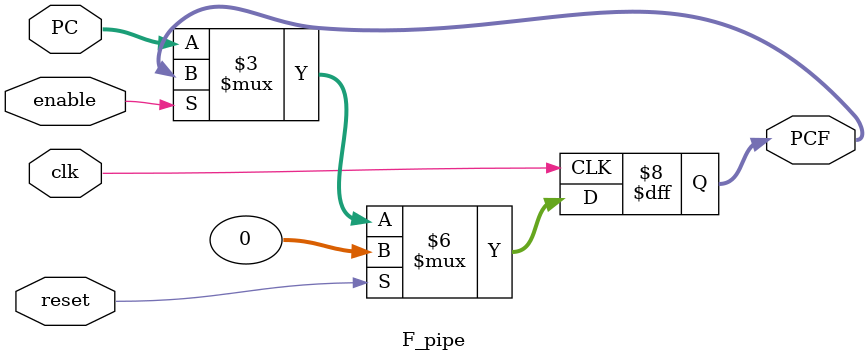
<source format=v>
module F_pipe(clk, reset, enable, PC, PCF);

input clk, reset, enable;
input [31:0] PC;
output reg [31:0] PCF;

always @ (posedge clk)
begin
if (reset)
PCF <= 0;

else if (enable)
PCF <= PCF;

else
PCF <= PC;

end

endmodule

</source>
